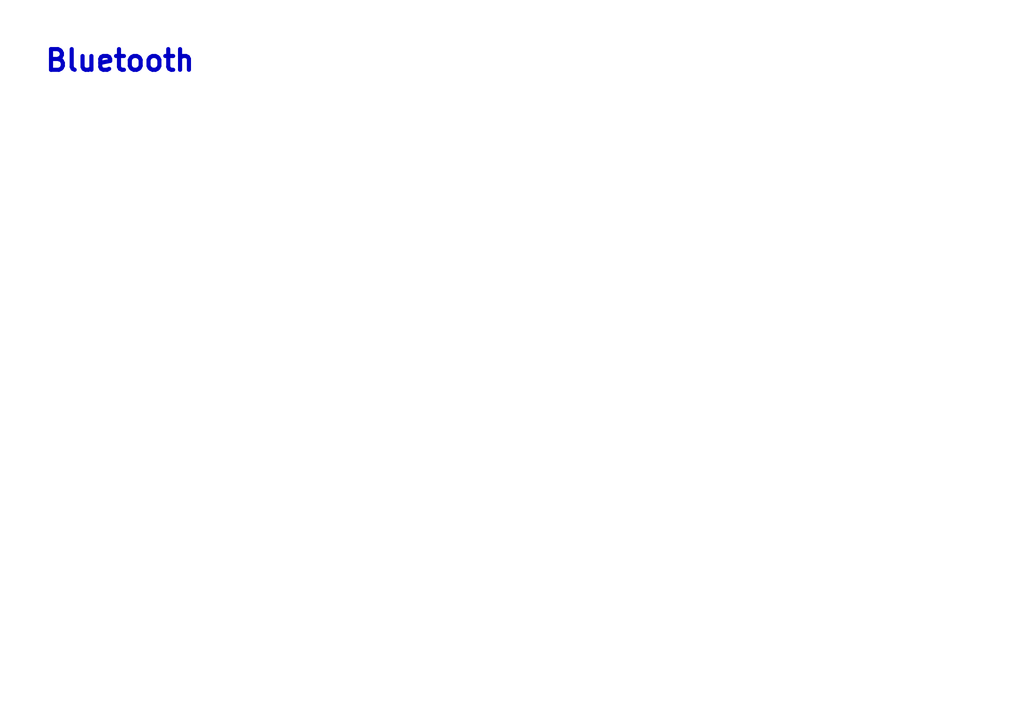
<source format=kicad_sch>
(kicad_sch
	(version 20231120)
	(generator "eeschema")
	(generator_version "8.0")
	(uuid "5f19047a-1ce7-4fed-9d82-3e09ddef5a57")
	(paper "A4")
	(title_block
		(title "Bluetooth")
		(date "2024-11-09")
		(company "GAUL")
	)
	(lib_symbols)
	(text "Bluetooth"
		(exclude_from_sim no)
		(at 34.798 17.78 0)
		(effects
			(font
				(size 6 6)
				(thickness 1.2)
				(bold yes)
			)
		)
		(uuid "6a975d1e-93ea-47bf-89d9-b7510d1fc31c")
	)
)

</source>
